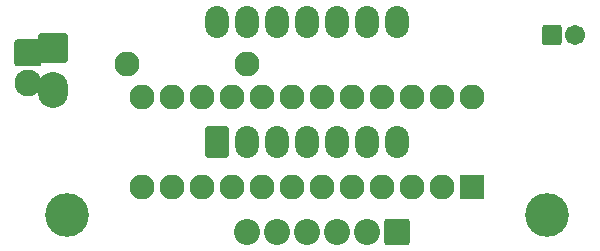
<source format=gbr>
G04 #@! TF.GenerationSoftware,KiCad,Pcbnew,(5.99.0-12936-g328d3d0d77)*
G04 #@! TF.CreationDate,2021-10-24T19:14:53+02:00*
G04 #@! TF.ProjectId,FSP-Display6S,4653502d-4469-4737-906c-617936532e6b,v1.0*
G04 #@! TF.SameCoordinates,Original*
G04 #@! TF.FileFunction,Soldermask,Top*
G04 #@! TF.FilePolarity,Negative*
%FSLAX46Y46*%
G04 Gerber Fmt 4.6, Leading zero omitted, Abs format (unit mm)*
G04 Created by KiCad (PCBNEW (5.99.0-12936-g328d3d0d77)) date 2021-10-24 19:14:53*
%MOMM*%
%LPD*%
G01*
G04 APERTURE LIST*
G04 Aperture macros list*
%AMRoundRect*
0 Rectangle with rounded corners*
0 $1 Rounding radius*
0 $2 $3 $4 $5 $6 $7 $8 $9 X,Y pos of 4 corners*
0 Add a 4 corners polygon primitive as box body*
4,1,4,$2,$3,$4,$5,$6,$7,$8,$9,$2,$3,0*
0 Add four circle primitives for the rounded corners*
1,1,$1+$1,$2,$3*
1,1,$1+$1,$4,$5*
1,1,$1+$1,$6,$7*
1,1,$1+$1,$8,$9*
0 Add four rect primitives between the rounded corners*
20,1,$1+$1,$2,$3,$4,$5,0*
20,1,$1+$1,$4,$5,$6,$7,0*
20,1,$1+$1,$6,$7,$8,$9,0*
20,1,$1+$1,$8,$9,$2,$3,0*%
G04 Aperture macros list end*
%ADD10C,3.708000*%
%ADD11RoundRect,0.254000X0.750570X-1.099820X0.750570X1.099820X-0.750570X1.099820X-0.750570X-1.099820X0*%
%ADD12O,2.009140X2.707640*%
%ADD13C,2.108000*%
%ADD14O,2.108000X2.108000*%
%ADD15RoundRect,0.254000X0.889000X0.889000X-0.889000X0.889000X-0.889000X-0.889000X0.889000X-0.889000X0*%
%ADD16O,2.286000X2.286000*%
%ADD17RoundRect,0.254000X-0.600000X-0.600000X0.600000X-0.600000X0.600000X0.600000X-0.600000X0.600000X0*%
%ADD18C,1.708000*%
%ADD19RoundRect,0.254000X0.800000X-0.800000X0.800000X0.800000X-0.800000X0.800000X-0.800000X-0.800000X0*%
%ADD20RoundRect,0.254000X0.850000X-0.850000X0.850000X0.850000X-0.850000X0.850000X-0.850000X-0.850000X0*%
%ADD21O,2.208000X2.208000*%
%ADD22RoundRect,0.254000X-1.016000X1.016000X-1.016000X-1.016000X1.016000X-1.016000X1.016000X1.016000X0*%
%ADD23O,2.540000X3.048000*%
G04 APERTURE END LIST*
D10*
X86359998Y-49403001D03*
X45719998Y-49403001D03*
D11*
X58420000Y-43180000D03*
D12*
X60960000Y-43180000D03*
X63500000Y-43180000D03*
X66040000Y-43180000D03*
X68580000Y-43180000D03*
X71120000Y-43180000D03*
X73660000Y-43180000D03*
X73660000Y-33020000D03*
X71120000Y-33020000D03*
X68580000Y-33020000D03*
X66040000Y-33020000D03*
X63500000Y-33020000D03*
X60960000Y-33020000D03*
X58420000Y-33020000D03*
D13*
X60960000Y-36576000D03*
D14*
X50800000Y-36576000D03*
D15*
X42418000Y-35687000D03*
D16*
X42418000Y-38227000D03*
D17*
X86784409Y-34163000D03*
D18*
X88784409Y-34163000D03*
D19*
X80015000Y-46980000D03*
D14*
X77475000Y-46980000D03*
X74935000Y-46980000D03*
X72395000Y-46980000D03*
X69855000Y-46980000D03*
X67315000Y-46980000D03*
X64775000Y-46980000D03*
X62235000Y-46980000D03*
X59695000Y-46980000D03*
X57155000Y-46980000D03*
X54615000Y-46980000D03*
X52075000Y-46980000D03*
X52075000Y-39360000D03*
X54615000Y-39360000D03*
X57155000Y-39360000D03*
X59695000Y-39360000D03*
X62235000Y-39360000D03*
X64775000Y-39360000D03*
X67315000Y-39360000D03*
X69855000Y-39360000D03*
X72395000Y-39360000D03*
X74935000Y-39360000D03*
X77475000Y-39360000D03*
X80015000Y-39360000D03*
D20*
X73660000Y-50800000D03*
D21*
X71120000Y-50800000D03*
X68580000Y-50800000D03*
X66040000Y-50800000D03*
X63500000Y-50800000D03*
X60960000Y-50800000D03*
D22*
X44577000Y-35204400D03*
D23*
X44577000Y-38777000D03*
M02*

</source>
